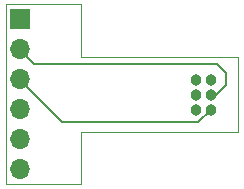
<source format=gbr>
%TF.GenerationSoftware,KiCad,Pcbnew,(7.0.0)*%
%TF.CreationDate,2024-06-17T14:15:37-04:00*%
%TF.ProjectId,Connector Bit,436f6e6e-6563-4746-9f72-204269742e6b,rev?*%
%TF.SameCoordinates,PX5f5e100PY6de6c40*%
%TF.FileFunction,Copper,L1,Top*%
%TF.FilePolarity,Positive*%
%FSLAX46Y46*%
G04 Gerber Fmt 4.6, Leading zero omitted, Abs format (unit mm)*
G04 Created by KiCad (PCBNEW (7.0.0)) date 2024-06-17 14:15:37*
%MOMM*%
%LPD*%
G01*
G04 APERTURE LIST*
%TA.AperFunction,ComponentPad*%
%ADD10C,0.965000*%
%TD*%
%TA.AperFunction,ComponentPad*%
%ADD11R,1.700000X1.700000*%
%TD*%
%TA.AperFunction,ComponentPad*%
%ADD12O,1.700000X1.700000*%
%TD*%
%TA.AperFunction,Conductor*%
%ADD13C,0.200000*%
%TD*%
%TA.AperFunction,Profile*%
%ADD14C,0.025400*%
%TD*%
G04 APERTURE END LIST*
D10*
%TO.P,J1,1,1*%
%TO.N,+BATT*%
X17359000Y8820000D03*
%TO.P,J1,2,2*%
%TO.N,/SDA*%
X17359000Y7570000D03*
%TO.P,J1,3,3*%
%TO.N,/SCL*%
X17359000Y6320000D03*
%TO.P,J1,4,4*%
%TO.N,+5V*%
X16109000Y8820000D03*
%TO.P,J1,5,5*%
%TO.N,VBUS*%
X16109000Y7570000D03*
%TO.P,J1,6,6*%
%TO.N,GND*%
X16109000Y6320000D03*
%TD*%
D11*
%TO.P,ToPowerPack1,1,1*%
%TO.N,+BATT*%
X1218999Y13969999D03*
D12*
%TO.P,ToPowerPack1,2,2*%
%TO.N,/SDA*%
X1218999Y11429999D03*
%TO.P,ToPowerPack1,3,3*%
%TO.N,/SCL*%
X1218999Y8889999D03*
%TO.P,ToPowerPack1,4,4*%
%TO.N,+5V*%
X1218999Y6349999D03*
%TO.P,ToPowerPack1,5,5*%
%TO.N,VBUS*%
X1218999Y3809999D03*
%TO.P,ToPowerPack1,6,6*%
%TO.N,GND*%
X1218999Y1269999D03*
%TD*%
D13*
%TO.N,/SDA*%
X17856000Y10211000D02*
X18618000Y9449000D01*
X18618000Y8433000D02*
X17751000Y7566000D01*
X18618000Y9449000D02*
X18618000Y8433000D01*
X1219000Y11354000D02*
X2362000Y10211000D01*
X2362000Y10211000D02*
X17856000Y10211000D01*
%TO.N,/SCL*%
X4775000Y5258000D02*
X16301000Y5258000D01*
X16301000Y5258000D02*
X17359000Y6316000D01*
X1219000Y8814000D02*
X4775000Y5258000D01*
%TD*%
D14*
X6350000Y15240000D02*
X6350000Y10795000D01*
X6350000Y10795000D02*
X19634000Y10795000D01*
X6350000Y0D02*
X6350000Y4445000D01*
X0Y15240000D02*
X0Y0D01*
X6350000Y4445000D02*
X19634000Y4445000D01*
X0Y15240000D02*
X6350000Y15240000D01*
X0Y0D02*
X6350000Y0D01*
X19634000Y10795000D02*
X19634000Y4445000D01*
M02*

</source>
